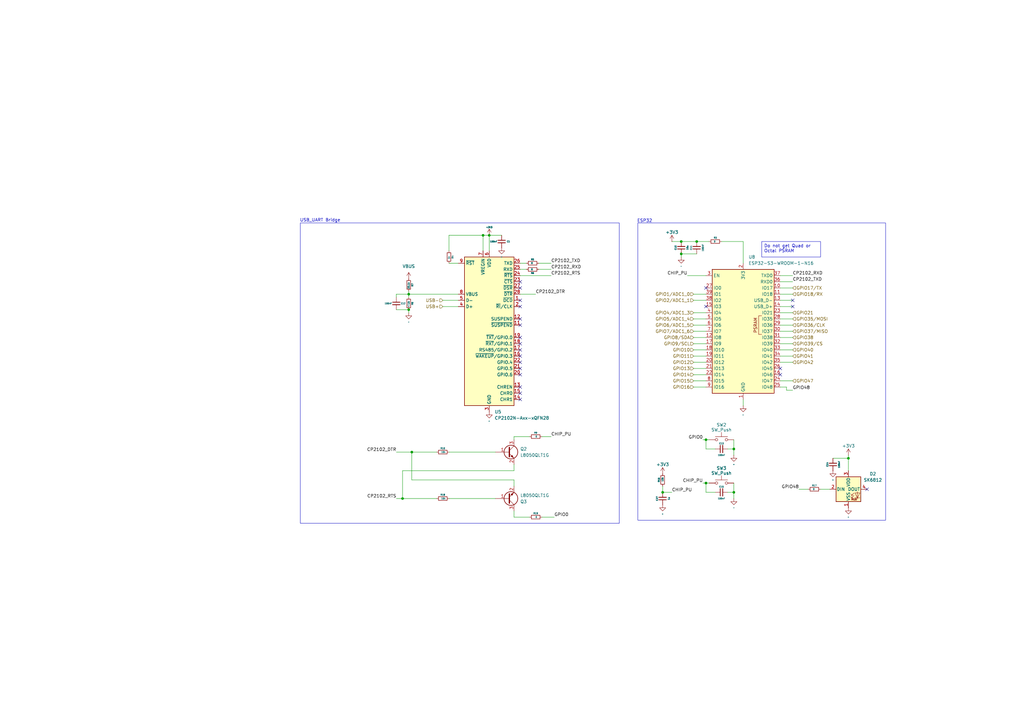
<source format=kicad_sch>
(kicad_sch (version 20231120) (generator "eeschema") (generator_version "8.0")
  (paper "A3")
  (lib_symbols
    (symbol "Device:C_Small" (pin_numbers hide) (pin_names (offset 0.254) hide)
      (property "Reference" "C" (at 0.254 1.778 0))
      (property "Value" "C_Small" (at 0.254 -2.032 0))
      (symbol "C_Small_0_1"
        (polyline (pts (xy -1.524 -0.508) (xy 1.524 -0.508)) (stroke (width 0.3302)))
        (polyline (pts (xy -1.524 0.508) (xy 1.524 0.508)) (stroke (width 0.3048)))
      )
      (symbol "C_Small_1_1"
        (pin passive line (at 0 2.54 270) (length 2.032) (name "~") (number "1"))
        (pin passive line (at 0 -2.54 90) (length 2.032) (name "~") (number "2"))
      )
    )
    (symbol "Device:Q_NPN_BEC" (pin_names (offset 0) hide)
      (property "Reference" "Q" (at 5.08 1.27 0))
      (property "Value" "Q_NPN_BEC" (at 5.08 -1.27 0))
      (symbol "Q_NPN_BEC_0_1"
        (polyline (pts (xy 0.635 0.635) (xy 2.54 2.54)))
        (polyline (pts (xy 0.635 -0.635) (xy 2.54 -2.54) (xy 2.54 -2.54)))
        (polyline (pts (xy 0.635 1.905) (xy 0.635 -1.905) (xy 0.635 -1.905)) (stroke (width 0.508)))
        (polyline (pts (xy 1.27 -1.778) (xy 1.778 -1.27) (xy 2.286 -2.286) (xy 1.27 -1.778) (xy 1.27 -1.778)) (fill (type outline)))
        (circle (center 1.27 0) (radius 2.8194) (stroke (width 0.254)))
      )
      (symbol "Q_NPN_BEC_1_1"
        (pin input line (at -5.08 0 0) (length 5.715) (name "B") (number "1"))
        (pin passive line (at 2.54 -5.08 90) (length 2.54) (name "E") (number "2"))
        (pin passive line (at 2.54 5.08 270) (length 2.54) (name "C") (number "3"))
      )
    )
    (symbol "Device:R_Small" (pin_numbers hide) (pin_names (offset 0.254) hide)
      (property "Reference" "R" (at 0.762 0.508 0))
      (property "Value" "R_Small" (at 0.762 -1.016 0))
      (symbol "R_Small_0_1"
        (rectangle (start -0.762 1.778) (end 0.762 -1.778) (stroke (width 0.2032)))
      )
      (symbol "R_Small_1_1"
        (pin passive line (at 0 2.54 270) (length 0.762) (name "~") (number "1"))
        (pin passive line (at 0 -2.54 90) (length 0.762) (name "~") (number "2"))
      )
    )
    (symbol "Interface_USB:CP2102N-Axx-xQFN28"
      (property "Reference" "U" (at -8.89 31.75 0))
      (property "Value" "CP2102N-Axx-xQFN28" (at 12.7 31.75 0))
      (symbol "CP2102N-Axx-xQFN28_0_1"
        (rectangle (start -10.16 30.48) (end 10.16 -30.48) (stroke (width 0.254)) (fill (type background)))
      )
      (symbol "CP2102N-Axx-xQFN28_1_1"
        (pin input line (at 12.7 12.7 180) (length 2.54) (name "~{DCD}") (number "1"))
        (pin no_connect line (at -10.16 -27.94 0) (length 2.54) hide (name "NC") (number "10"))
        (pin output line (at 12.7 2.54 180) (length 2.54) (name "~{SUSPEND}") (number "11"))
        (pin output line (at 12.7 5.08 180) (length 2.54) (name "SUSPEND") (number "12"))
        (pin output line (at 12.7 -22.86 180) (length 2.54) (name "CHREN") (number "13"))
        (pin output line (at 12.7 -27.94 180) (length 2.54) (name "CHR1") (number "14"))
        (pin output line (at 12.7 -25.4 180) (length 2.54) (name "CHR0") (number "15"))
        (pin bidirectional line (at 12.7 -10.16 180) (length 2.54) (name "~{WAKEUP}/GPIO.3") (number "16"))
        (pin bidirectional line (at 12.7 -7.62 180) (length 2.54) (name "RS485/GPIO.2") (number "17"))
        (pin bidirectional line (at 12.7 -5.08 180) (length 2.54) (name "~{RXT}/GPIO.1") (number "18"))
        (pin bidirectional line (at 12.7 -2.54 180) (length 2.54) (name "~{TXT}/GPIO.0") (number "19"))
        (pin bidirectional line (at 12.7 10.16 180) (length 2.54) (name "~{RI}/CLK") (number "2"))
        (pin bidirectional line (at 12.7 -17.78 180) (length 2.54) (name "GPIO.6") (number "20"))
        (pin bidirectional line (at 12.7 -15.24 180) (length 2.54) (name "GPIO.5") (number "21"))
        (pin bidirectional line (at 12.7 -12.7 180) (length 2.54) (name "GPIO.4") (number "22"))
        (pin input line (at 12.7 20.32 180) (length 2.54) (name "~{CTS}") (number "23"))
        (pin output line (at 12.7 22.86 180) (length 2.54) (name "~{RTS}") (number "24"))
        (pin input line (at 12.7 25.4 180) (length 2.54) (name "RXD") (number "25"))
        (pin output line (at 12.7 27.94 180) (length 2.54) (name "TXD") (number "26"))
        (pin input line (at 12.7 17.78 180) (length 2.54) (name "~{DSR}") (number "27"))
        (pin output line (at 12.7 15.24 180) (length 2.54) (name "~{DTR}") (number "28"))
        (pin passive line (at 0 -33.02 90) (length 2.54) hide (name "GND") (number "29"))
        (pin power_in line (at 0 -33.02 90) (length 2.54) (name "GND") (number "3"))
        (pin bidirectional line (at -12.7 10.16 0) (length 2.54) (name "D+") (number "4"))
        (pin bidirectional line (at -12.7 12.7 0) (length 2.54) (name "D-") (number "5"))
        (pin power_in line (at 0 33.02 270) (length 2.54) (name "VDD") (number "6"))
        (pin power_in line (at -2.54 33.02 270) (length 2.54) (name "VREGIN") (number "7"))
        (pin input line (at -12.7 15.24 0) (length 2.54) (name "VBUS") (number "8"))
        (pin input line (at -12.7 27.94 0) (length 2.54) (name "~{RST}") (number "9"))
      )
    )
    (symbol "LED:SK6812" (pin_names (offset 0.254))
      (property "Reference" "D" (at 5.08 5.715 0))
      (property "Value" "SK6812" (at 1.27 -5.715 0))
      (symbol "SK6812_0_0"
        (text "RGB" (at 2.286 -4.191 0) (effects (font (size 0.762 0.762))))
      )
      (symbol "SK6812_0_1"
        (polyline (pts (xy 1.27 -3.556) (xy 1.778 -3.556)))
        (polyline (pts (xy 1.27 -2.54) (xy 1.778 -2.54)))
        (polyline (pts (xy 4.699 -3.556) (xy 2.667 -3.556)))
        (polyline (pts (xy 2.286 -2.54) (xy 1.27 -3.556) (xy 1.27 -3.048)))
        (polyline (pts (xy 2.286 -1.524) (xy 1.27 -2.54) (xy 1.27 -2.032)))
        (polyline (pts (xy 3.683 -1.016) (xy 3.683 -3.556) (xy 3.683 -4.064)))
        (polyline (pts (xy 4.699 -1.524) (xy 2.667 -1.524) (xy 3.683 -3.556) (xy 4.699 -1.524)))
        (rectangle (start 5.08 5.08) (end -5.08 -5.08) (stroke (width 0.254)) (fill (type background)))
      )
      (symbol "SK6812_1_1"
        (pin power_in line (at 0 -7.62 90) (length 2.54) (name "VSS") (number "1"))
        (pin input line (at -7.62 0 0) (length 2.54) (name "DIN") (number "2"))
        (pin power_in line (at 0 7.62 270) (length 2.54) (name "VDD") (number "3"))
        (pin output line (at 7.62 0 180) (length 2.54) (name "DOUT") (number "4"))
      )
    )
    (symbol "RF_Module:ESP32-S3-WROOM-1"
      (property "Reference" "U" (at -12.7 26.67 0))
      (property "Value" "ESP32-S3-WROOM-1" (at 12.7 26.67 0))
      (symbol "ESP32-S3-WROOM-1_0_0"
        (rectangle (start -12.7 25.4) (end 12.7 -25.4) (stroke (width 0.254)) (fill (type background)))
        (text "PSRAM" (at 5.08 2.54 900) (effects (font (size 1.27 1.27))))
      )
      (symbol "ESP32-S3-WROOM-1_0_1"
        (polyline (pts (xy 7.62 -1.27) (xy 6.35 -1.27) (xy 6.35 6.35) (xy 7.62 6.35)))
      )
      (symbol "ESP32-S3-WROOM-1_1_1"
        (pin power_in line (at 0 -27.94 90) (length 2.54) (name "GND") (number "1"))
        (pin bidirectional line (at 15.24 17.78 180) (length 2.54) (name "IO17") (number "10"))
        (pin bidirectional line (at 15.24 15.24 180) (length 2.54) (name "IO18") (number "11"))
        (pin bidirectional line (at -15.24 -2.54 0) (length 2.54) (name "IO8") (number "12"))
        (pin bidirectional line (at 15.24 12.7 180) (length 2.54) (name "USB_D-") (number "13"))
        (pin bidirectional line (at 15.24 10.16 180) (length 2.54) (name "USB_D+") (number "14"))
        (pin bidirectional line (at -15.24 10.16 0) (length 2.54) (name "IO3") (number "15"))
        (pin bidirectional line (at 15.24 -17.78 180) (length 2.54) (name "IO46") (number "16"))
        (pin bidirectional line (at -15.24 -5.08 0) (length 2.54) (name "IO9") (number "17"))
        (pin bidirectional line (at -15.24 -7.62 0) (length 2.54) (name "IO10") (number "18"))
        (pin bidirectional line (at -15.24 -10.16 0) (length 2.54) (name "IO11") (number "19"))
        (pin power_in line (at 0 27.94 270) (length 2.54) (name "3V3") (number "2"))
        (pin bidirectional line (at -15.24 -12.7 0) (length 2.54) (name "IO12") (number "20"))
        (pin bidirectional line (at -15.24 -15.24 0) (length 2.54) (name "IO13") (number "21"))
        (pin bidirectional line (at -15.24 -17.78 0) (length 2.54) (name "IO14") (number "22"))
        (pin bidirectional line (at 15.24 7.62 180) (length 2.54) (name "IO21") (number "23"))
        (pin bidirectional line (at 15.24 -20.32 180) (length 2.54) (name "IO47") (number "24"))
        (pin bidirectional line (at 15.24 -22.86 180) (length 2.54) (name "IO48") (number "25"))
        (pin bidirectional line (at 15.24 -15.24 180) (length 2.54) (name "IO45") (number "26"))
        (pin bidirectional line (at -15.24 17.78 0) (length 2.54) (name "IO0") (number "27"))
        (pin bidirectional line (at 15.24 5.08 180) (length 2.54) (name "IO35") (number "28"))
        (pin bidirectional line (at 15.24 2.54 180) (length 2.54) (name "IO36") (number "29"))
        (pin input line (at -15.24 22.86 0) (length 2.54) (name "EN") (number "3"))
        (pin bidirectional line (at 15.24 0 180) (length 2.54) (name "IO37") (number "30"))
        (pin bidirectional line (at 15.24 -2.54 180) (length 2.54) (name "IO38") (number "31"))
        (pin bidirectional line (at 15.24 -5.08 180) (length 2.54) (name "IO39") (number "32"))
        (pin bidirectional line (at 15.24 -7.62 180) (length 2.54) (name "IO40") (number "33"))
        (pin bidirectional line (at 15.24 -10.16 180) (length 2.54) (name "IO41") (number "34"))
        (pin bidirectional line (at 15.24 -12.7 180) (length 2.54) (name "IO42") (number "35"))
        (pin bidirectional line (at 15.24 20.32 180) (length 2.54) (name "RXD0") (number "36"))
        (pin bidirectional line (at 15.24 22.86 180) (length 2.54) (name "TXD0") (number "37"))
        (pin bidirectional line (at -15.24 12.7 0) (length 2.54) (name "IO2") (number "38"))
        (pin bidirectional line (at -15.24 15.24 0) (length 2.54) (name "IO1") (number "39"))
        (pin bidirectional line (at -15.24 7.62 0) (length 2.54) (name "IO4") (number "4"))
        (pin passive line (at 0 -27.94 90) (length 2.54) hide (name "GND") (number "40"))
        (pin passive line (at 0 -27.94 90) (length 2.54) hide (name "GND") (number "41"))
        (pin bidirectional line (at -15.24 5.08 0) (length 2.54) (name "IO5") (number "5"))
        (pin bidirectional line (at -15.24 2.54 0) (length 2.54) (name "IO6") (number "6"))
        (pin bidirectional line (at -15.24 0 0) (length 2.54) (name "IO7") (number "7"))
        (pin bidirectional line (at -15.24 -20.32 0) (length 2.54) (name "IO15") (number "8"))
        (pin bidirectional line (at -15.24 -22.86 0) (length 2.54) (name "IO16") (number "9"))
      )
    )
    (symbol "Switch:SW_Push" (pin_numbers hide) (pin_names (offset 1.016) hide)
      (property "Reference" "SW" (at 1.27 2.54 0))
      (property "Value" "SW_Push" (at 0 -1.524 0))
      (symbol "SW_Push_0_1"
        (circle (center -2.032 0) (radius 0.508))
        (polyline (pts (xy 0 1.27) (xy 0 3.048)))
        (polyline (pts (xy 2.54 1.27) (xy -2.54 1.27)))
        (circle (center 2.032 0) (radius 0.508))
        (pin passive line (at -5.08 0 0) (length 2.54) (name "1") (number "1"))
        (pin passive line (at 5.08 0 180) (length 2.54) (name "2") (number "2"))
      )
    )
    (symbol "power:+3V3" (power) (pin_numbers hide) (pin_names (offset 0) hide)
      (property "Value" "+3V3" (at 0 3.556 0))
      (symbol "+3V3_0_1"
        (polyline (pts (xy -0.762 1.27) (xy 0 2.54)))
        (polyline (pts (xy 0 0) (xy 0 2.54)))
        (polyline (pts (xy 0 2.54) (xy 0.762 1.27)))
      )
      (symbol "+3V3_1_1"
        (pin power_in line (at 0 0 90) (length 0) (name "~") (number "1"))
      )
    )
    (symbol "power:GND" (power) (pin_numbers hide) (pin_names (offset 0) hide)
      (property "Value" "GND" (at 0 -3.81 0))
      (symbol "GND_0_1"
        (polyline (pts (xy 0 0) (xy 0 -1.27) (xy 1.27 -1.27) (xy 0 -2.54) (xy -1.27 -1.27) (xy 0 -1.27)))
      )
      (symbol "GND_1_1"
        (pin power_in line (at 0 0 270) (length 0) (name "~") (number "1"))
      )
    )
    (symbol "power:VBUS" (power) (pin_numbers hide) (pin_names (offset 0) hide)
      (property "Value" "VBUS" (at 0 3.556 0))
      (symbol "VBUS_0_1"
        (polyline (pts (xy -0.762 1.27) (xy 0 2.54)))
        (polyline (pts (xy 0 0) (xy 0 2.54)))
        (polyline (pts (xy 0 2.54) (xy 0.762 1.27)))
      )
      (symbol "VBUS_1_1"
        (pin power_in line (at 0 0 90) (length 0) (name "~") (number "1"))
      )
    )
  )
  (junction (at 289.56 180.34))
  (junction (at 167.64 120.65))
  (junction (at 285.75 99.06))
  (junction (at 198.12 96.52))
  (junction (at 165.1 204.47))
  (junction (at 271.78 201.93))
  (junction (at 200.66 96.52))
  (junction (at 300.99 184.15))
  (junction (at 289.56 198.12))
  (junction (at 167.64 127))
  (junction (at 279.4 99.06))
  (junction (at 300.99 201.93))
  (junction (at 168.91 185.42))
  (junction (at 279.4 104.14))
  (junction (at 347.98 187.96))
  (no_connect (at 213.36 148.59))
  (no_connect (at 289.56 118.11))
  (no_connect (at 213.36 143.51))
  (no_connect (at 355.6 200.66))
  (no_connect (at 213.36 146.05))
  (no_connect (at 213.36 163.83))
  (no_connect (at 213.36 130.81))
  (no_connect (at 213.36 123.19))
  (no_connect (at 320.04 153.67))
  (no_connect (at 213.36 151.13))
  (no_connect (at 213.36 133.35))
  (no_connect (at 320.04 151.13))
  (no_connect (at 213.36 153.67))
  (no_connect (at 325.12 123.19))
  (no_connect (at 325.12 125.73))
  (no_connect (at 213.36 125.73))
  (no_connect (at 213.36 140.97))
  (no_connect (at 289.56 125.73))
  (no_connect (at 213.36 158.75))
  (no_connect (at 213.36 118.11))
  (no_connect (at 213.36 161.29))
  (no_connect (at 213.36 115.57))
  (no_connect (at 213.36 138.43))
  (wire (pts (xy 284.48 140.97) (xy 289.56 140.97)))
  (wire (pts (xy 281.94 113.03) (xy 289.56 113.03)))
  (wire (pts (xy 320.04 133.35) (xy 325.12 133.35)))
  (wire (pts (xy 213.36 113.03) (xy 226.06 113.03)))
  (wire (pts (xy 284.48 143.51) (xy 289.56 143.51)))
  (wire (pts (xy 184.15 107.95) (xy 187.96 107.95)))
  (wire (pts (xy 320.04 146.05) (xy 325.12 146.05)))
  (wire (pts (xy 320.04 115.57) (xy 325.12 115.57)))
  (wire (pts (xy 300.99 201.93) (xy 300.99 204.47)))
  (wire (pts (xy 289.56 180.34) (xy 290.83 180.34)))
  (wire (pts (xy 295.91 99.06) (xy 304.8 99.06)))
  (wire (pts (xy 320.04 120.65) (xy 325.12 120.65)))
  (wire (pts (xy 284.48 123.19) (xy 289.56 123.19)))
  (wire (pts (xy 165.1 204.47) (xy 179.07 204.47)))
  (wire (pts (xy 167.64 128.27) (xy 167.64 127)))
  (wire (pts (xy 284.48 135.89) (xy 289.56 135.89)))
  (wire (pts (xy 284.48 128.27) (xy 289.56 128.27)))
  (wire (pts (xy 279.4 99.06) (xy 285.75 99.06)))
  (wire (pts (xy 289.56 201.93) (xy 289.56 198.12)))
  (wire (pts (xy 320.04 140.97) (xy 325.12 140.97)))
  (wire (pts (xy 288.29 198.12) (xy 289.56 198.12)))
  (wire (pts (xy 288.29 180.34) (xy 289.56 180.34)))
  (wire (pts (xy 284.48 158.75) (xy 289.56 158.75)))
  (wire (pts (xy 200.66 96.52) (xy 205.74 96.52)))
  (wire (pts (xy 222.25 212.09) (xy 227.33 212.09)))
  (wire (pts (xy 198.12 96.52) (xy 200.66 96.52)))
  (wire (pts (xy 168.91 185.42) (xy 179.07 185.42)))
  (wire (pts (xy 300.99 184.15) (xy 300.99 186.69)))
  (wire (pts (xy 279.4 104.14) (xy 285.75 104.14)))
  (wire (pts (xy 167.64 120.65) (xy 187.96 120.65)))
  (wire (pts (xy 184.15 96.52) (xy 198.12 96.52)))
  (wire (pts (xy 284.48 133.35) (xy 289.56 133.35)))
  (wire (pts (xy 210.82 212.09) (xy 210.82 209.55)))
  (wire (pts (xy 165.1 193.04) (xy 165.1 204.47)))
  (wire (pts (xy 162.56 120.65) (xy 167.64 120.65)))
  (wire (pts (xy 320.04 128.27) (xy 325.12 128.27)))
  (wire (pts (xy 320.04 156.21) (xy 325.12 156.21)))
  (wire (pts (xy 289.56 184.15) (xy 289.56 180.34)))
  (wire (pts (xy 347.98 187.96) (xy 347.98 193.04)))
  (wire (pts (xy 322.58 160.02) (xy 322.58 158.75)))
  (wire (pts (xy 336.55 200.66) (xy 340.36 200.66)))
  (wire (pts (xy 162.56 185.42) (xy 168.91 185.42)))
  (wire (pts (xy 327.66 200.66) (xy 331.47 200.66)))
  (wire (pts (xy 184.15 185.42) (xy 203.2 185.42)))
  (wire (pts (xy 200.66 96.52) (xy 200.66 102.87)))
  (wire (pts (xy 320.04 123.19) (xy 325.12 123.19)))
  (wire (pts (xy 275.59 99.06) (xy 279.4 99.06)))
  (wire (pts (xy 210.82 180.34) (xy 210.82 179.07)))
  (wire (pts (xy 168.91 196.85) (xy 168.91 185.42)))
  (wire (pts (xy 167.64 119.38) (xy 167.64 120.65)))
  (wire (pts (xy 181.61 125.73) (xy 187.96 125.73)))
  (wire (pts (xy 213.36 107.95) (xy 215.9 107.95)))
  (wire (pts (xy 162.56 204.47) (xy 165.1 204.47)))
  (wire (pts (xy 210.82 199.39) (xy 210.82 196.85)))
  (wire (pts (xy 210.82 179.07) (xy 217.17 179.07)))
  (wire (pts (xy 210.82 190.5) (xy 210.82 193.04)))
  (wire (pts (xy 181.61 123.19) (xy 187.96 123.19)))
  (wire (pts (xy 220.98 107.95) (xy 226.06 107.95)))
  (wire (pts (xy 320.04 118.11) (xy 325.12 118.11)))
  (wire (pts (xy 222.25 179.07) (xy 226.06 179.07)))
  (wire (pts (xy 289.56 198.12) (xy 290.83 198.12)))
  (wire (pts (xy 210.82 193.04) (xy 165.1 193.04)))
  (wire (pts (xy 322.58 160.02) (xy 325.12 160.02)))
  (wire (pts (xy 320.04 125.73) (xy 325.12 125.73)))
  (wire (pts (xy 213.36 110.49) (xy 215.9 110.49)))
  (wire (pts (xy 198.12 96.52) (xy 198.12 102.87)))
  (wire (pts (xy 320.04 113.03) (xy 325.12 113.03)))
  (wire (pts (xy 298.45 184.15) (xy 300.99 184.15)))
  (wire (pts (xy 167.64 121.92) (xy 167.64 120.65)))
  (wire (pts (xy 284.48 146.05) (xy 289.56 146.05)))
  (wire (pts (xy 320.04 130.81) (xy 325.12 130.81)))
  (wire (pts (xy 284.48 148.59) (xy 289.56 148.59)))
  (wire (pts (xy 293.37 184.15) (xy 289.56 184.15)))
  (wire (pts (xy 341.63 187.96) (xy 347.98 187.96)))
  (wire (pts (xy 285.75 99.06) (xy 290.83 99.06)))
  (wire (pts (xy 298.45 201.93) (xy 300.99 201.93)))
  (wire (pts (xy 271.78 201.93) (xy 271.78 199.39)))
  (wire (pts (xy 162.56 121.92) (xy 162.56 120.65)))
  (wire (pts (xy 220.98 110.49) (xy 226.06 110.49)))
  (wire (pts (xy 284.48 120.65) (xy 289.56 120.65)))
  (wire (pts (xy 284.48 138.43) (xy 289.56 138.43)))
  (wire (pts (xy 304.8 99.06) (xy 304.8 107.95)))
  (wire (pts (xy 320.04 135.89) (xy 325.12 135.89)))
  (wire (pts (xy 293.37 201.93) (xy 289.56 201.93)))
  (wire (pts (xy 322.58 158.75) (xy 320.04 158.75)))
  (wire (pts (xy 320.04 138.43) (xy 325.12 138.43)))
  (wire (pts (xy 184.15 204.47) (xy 203.2 204.47)))
  (wire (pts (xy 217.17 212.09) (xy 210.82 212.09)))
  (wire (pts (xy 320.04 148.59) (xy 325.12 148.59)))
  (wire (pts (xy 284.48 130.81) (xy 289.56 130.81)))
  (wire (pts (xy 304.8 166.37) (xy 304.8 163.83)))
  (wire (pts (xy 213.36 120.65) (xy 219.71 120.65)))
  (wire (pts (xy 279.4 105.41) (xy 279.4 104.14)))
  (wire (pts (xy 300.99 198.12) (xy 300.99 201.93)))
  (wire (pts (xy 320.04 143.51) (xy 325.12 143.51)))
  (wire (pts (xy 284.48 153.67) (xy 289.56 153.67)))
  (wire (pts (xy 300.99 180.34) (xy 300.99 184.15)))
  (wire (pts (xy 210.82 196.85) (xy 168.91 196.85)))
  (wire (pts (xy 162.56 127) (xy 167.64 127)))
  (wire (pts (xy 275.59 201.93) (xy 271.78 201.93)))
  (wire (pts (xy 347.98 186.69) (xy 347.98 187.96)))
  (wire (pts (xy 284.48 151.13) (xy 289.56 151.13)))
  (wire (pts (xy 284.48 156.21) (xy 289.56 156.21)))
  (wire (pts (xy 184.15 96.52) (xy 184.15 102.87)))
  (rectangle (start 123.19 91.44) (end 254 214.63))
  (rectangle (start 261.62 91.44) (end 363.22 213.36))
  (text_box "Do not get Quad or Octal PSRAM" (at 312.42 99.06 0) (size 24.13 6.35) (effects (font (size 1.27 1.27)) (justify left top)))
  (text "USB_UART Bridge" (at 131.318 90.424 0) (effects (font (size 1.27 1.27))))
  (text "ESP32" (at 264.414 90.678 0) (effects (font (size 1.27 1.27))))
  (label "GPIO48" (at 327.66 200.66 180))
  (label "GPIO0" (at 227.33 212.09 0))
  (label "CP2102_TXD" (at 325.12 115.57 0))
  (label "GPIO48" (at 325.12 160.02 0))
  (label "CHIP_PU" (at 275.59 201.93 0))
  (label "CP2102_DTR" (at 162.56 185.42 180))
  (label "CP2102_RXD" (at 325.12 113.03 0))
  (label "CHIP_PU" (at 226.06 179.07 0))
  (label "CP2102_DTR" (at 219.71 120.65 0))
  (label "CP2102_TXD" (at 226.06 107.95 0))
  (label "GPIO0" (at 288.29 180.34 180))
  (label "CHIP_PU" (at 288.29 198.12 180))
  (label "CP2102_RXD" (at 226.06 110.49 0))
  (label "CHIP_PU" (at 281.94 113.03 180))
  (label "CP2102_RTS" (at 162.56 204.47 180))
  (label "CP2102_RTS" (at 226.06 113.03 0))
  (hierarchical_label "GPIO35{slash}MOSI" (shape input) (at 325.12 130.81 0))
  (hierarchical_label "GPIO7{slash}ADC1_6" (shape input) (at 284.48 135.89 180))
  (hierarchical_label "GPIO21" (shape input) (at 325.12 128.27 0))
  (hierarchical_label "USB-" (shape input) (at 181.61 123.19 180))
  (hierarchical_label "GPIO41" (shape input) (at 325.12 146.05 0))
  (hierarchical_label "GPIO4{slash}ADC1_3" (shape input) (at 284.48 128.27 180))
  (hierarchical_label "GPIO6{slash}ADC1_5" (shape input) (at 284.48 133.35 180))
  (hierarchical_label "USB+" (shape input) (at 181.61 125.73 180))
  (hierarchical_label "GPIO17{slash}TX" (shape input) (at 325.12 118.11 0))
  (hierarchical_label "GPIO40" (shape input) (at 325.12 143.51 0))
  (hierarchical_label "GPIO39{slash}CS" (shape input) (at 325.12 140.97 0))
  (hierarchical_label "GPIO2{slash}ADC1_1" (shape input) (at 284.48 123.19 180))
  (hierarchical_label "GPIO18{slash}RX" (shape input) (at 325.12 120.65 0))
  (hierarchical_label "GPIO42" (shape input) (at 325.12 148.59 0))
  (hierarchical_label "GPIO36{slash}CLK" (shape input) (at 325.12 133.35 0))
  (hierarchical_label "GPIO8{slash}SDA" (shape input) (at 284.48 138.43 180))
  (hierarchical_label "GPIO5{slash}ADC1_4" (shape input) (at 284.48 130.81 180))
  (hierarchical_label "GPIO16" (shape input) (at 284.48 158.75 180))
  (hierarchical_label "GPIO14" (shape input) (at 284.48 153.67 180))
  (hierarchical_label "GPIO12" (shape input) (at 284.48 148.59 180))
  (hierarchical_label "GPIO1{slash}ADC1_0" (shape input) (at 284.48 120.65 180))
  (hierarchical_label "GPIO47" (shape input) (at 325.12 156.21 0))
  (hierarchical_label "GPIO10" (shape input) (at 284.48 143.51 180))
  (hierarchical_label "GPIO9{slash}SCL" (shape input) (at 284.48 140.97 180))
  (hierarchical_label "GPIO38" (shape input) (at 325.12 138.43 0))
  (hierarchical_label "GPIO15" (shape input) (at 284.48 156.21 180))
  (hierarchical_label "GPIO11" (shape input) (at 284.48 146.05 180))
  (hierarchical_label "GPIO13" (shape input) (at 284.48 151.13 180))
  (hierarchical_label "GPIO37{slash}MISO" (shape input) (at 325.12 135.89 0))
  (symbol (lib_id "power:+3V3") (at 275.59 99.06 0) (unit 1)
    (property "Reference" "#PWR02" (effects (hide yes)))
    (property "Value" "+3V3" (at 275.59 95.25 0))
    (property "Description" "Power symbol creates a global label with name \"+3V3\"" (effects (hide yes)))
  )
  (symbol (lib_id "LED:SK6812") (at 347.98 200.66 0) (unit 1)
    (property "Reference" "D2" (at 358.0046 194.3414 0))
    (property "Value" "SK6812" (at 358.0046 196.8814 0))
    (property "Footprint" "LED_SMD:LED_SK6812_PLCC4_5.0x5.0mm_P3.2mm" (effects (hide yes)))
    (property "Datasheet" "https://cdn-shop.adafruit.com/product-files/1138/SK6812+LED+datasheet+.pdf" (effects (hide yes)))
    (property "Description" "RGB LED with integrated controller" (effects (hide yes)))
  )
  (symbol (lib_id "Device:C_Small") (at 285.75 101.6 180) (unit 1)
    (property "Reference" "C11" (at 283.464 101.6 90) (effects (font (size 0.635 0.635))))
    (property "Value" "100nF" (at 288.29 101.6 90) (effects (font (size 0.635 0.635))))
    (property "Footprint" "Capacitor_SMD:C_0402_1005Metric_Pad0.74x0.62mm_HandSolder" (effects (hide yes)))
    (property "Description" "Unpolarized capacitor, small symbol" (effects (hide yes)))
  )
  (symbol (lib_id "power:+3V3") (at 200.66 96.52 0) (unit 1)
    (property "Reference" "#PWR01" (effects (hide yes)))
    (property "Value" "+3V3" (at 200.66 93.218 0) (effects (font (size 0.635 0.635))))
    (property "Description" "Power symbol creates a global label with name \"+3V3\"" (effects (hide yes)))
  )
  (symbol (lib_id "Device:R_Small") (at 218.44 110.49 90) (unit 1)
    (property "Reference" "R6" (at 218.44 112.014 90) (effects (font (size 0.635 0.635))))
    (property "Value" "0" (at 218.186 110.49 90) (effects (font (size 0.635 0.635))))
    (property "Description" "Resistor, small symbol" (effects (hide yes)))
  )
  (symbol (lib_id "power:+3V3") (at 347.98 186.69 0) (unit 1)
    (property "Reference" "#PWR024" (effects (hide yes)))
    (property "Value" "+3V3" (at 347.98 182.88 0))
    (property "Description" "Power symbol creates a global label with name \"+3V3\"" (effects (hide yes)))
  )
  (symbol (lib_id "power:+3V3") (at 271.78 194.31 0) (unit 1)
    (property "Reference" "#PWR026" (effects (hide yes)))
    (property "Value" "+3V3" (at 271.78 190.5 0))
    (property "Description" "Power symbol creates a global label with name \"+3V3\"" (effects (hide yes)))
  )
  (symbol (lib_id "power:GND") (at 167.64 128.27 0) (unit 1)
    (property "Reference" "#PWR020" (effects (hide yes)))
    (property "Value" "~" (at 167.64 132.08 0) (effects (font (size 0.635 0.635))))
    (property "Description" "Power symbol creates a global label with name \"GND\" , ground" (effects (hide yes)))
  )
  (symbol (lib_id "Device:R_Small") (at 167.64 124.46 180) (unit 1)
    (property "Reference" "R8" (at 169.164 124.46 90) (effects (font (size 0.635 0.635))))
    (property "Value" "47.5k" (at 167.64 124.714 90) (effects (font (size 0.635 0.635))))
    (property "Description" "Resistor, small symbol" (effects (hide yes)))
  )
  (symbol (lib_id "Device:R_Small") (at 181.61 185.42 270) (unit 1)
    (property "Reference" "R10" (at 181.61 183.896 90) (effects (font (size 0.635 0.635))))
    (property "Value" "10k" (at 181.864 185.42 90) (effects (font (size 0.635 0.635))))
    (property "Description" "Resistor, small symbol" (effects (hide yes)))
  )
  (symbol (lib_id "Device:R_Small") (at 218.44 107.95 90) (mirror x) (unit 1)
    (property "Reference" "R5" (at 218.44 106.426 90) (effects (font (size 0.635 0.635))))
    (property "Value" "0" (at 218.186 107.95 90) (effects (font (size 0.635 0.635))))
    (property "Description" "Resistor, small symbol" (effects (hide yes)))
  )
  (symbol (lib_id "Device:C_Small") (at 279.4 101.6 180) (unit 1)
    (property "Reference" "C10" (at 277.114 101.6 90) (effects (font (size 0.635 0.635))))
    (property "Value" "10u" (at 281.94 101.6 90) (effects (font (size 0.635 0.635))))
    (property "Footprint" "Capacitor_SMD:C_0402_1005Metric_Pad0.74x0.62mm_HandSolder" (effects (hide yes)))
    (property "Description" "Unpolarized capacitor, small symbol" (effects (hide yes)))
  )
  (symbol (lib_id "power:GND") (at 347.98 208.28 0) (unit 1)
    (property "Reference" "#PWR029" (effects (hide yes)))
    (property "Value" "~" (at 347.98 212.09 0) (effects (font (size 0.635 0.635))))
    (property "Description" "Power symbol creates a global label with name \"GND\" , ground" (effects (hide yes)))
  )
  (symbol (lib_id "power:GND") (at 341.63 193.04 0) (unit 1)
    (property "Reference" "#PWR025" (effects (hide yes)))
    (property "Value" "~" (at 341.63 196.85 0) (effects (font (size 0.635 0.635))))
    (property "Description" "Power symbol creates a global label with name \"GND\" , ground" (effects (hide yes)))
  )
  (symbol (lib_id "Device:R_Small") (at 271.78 196.85 0) (unit 1)
    (property "Reference" "R16" (at 270.256 196.85 90) (effects (font (size 0.635 0.635))))
    (property "Value" "10k" (at 271.78 196.596 90) (effects (font (size 0.635 0.635))))
    (property "Description" "Resistor, small symbol" (effects (hide yes)))
  )
  (symbol (lib_id "power:GND") (at 300.99 204.47 0) (unit 1)
    (property "Reference" "#PWR027" (effects (hide yes)))
    (property "Value" "~" (at 300.99 208.28 0) (effects (font (size 0.635 0.635))))
    (property "Description" "Power symbol creates a global label with name \"GND\" , ground" (effects (hide yes)))
  )
  (symbol (lib_id "Device:C_Small") (at 271.78 204.47 180) (unit 1)
    (property "Reference" "C27" (at 269.494 204.47 90) (effects (font (size 0.635 0.635))))
    (property "Value" "1u" (at 274.32 204.47 90) (effects (font (size 0.635 0.635))))
    (property "Footprint" "Capacitor_SMD:C_0402_1005Metric_Pad0.74x0.62mm_HandSolder" (effects (hide yes)))
    (property "Description" "Unpolarized capacitor, small symbol" (effects (hide yes)))
  )
  (symbol (lib_id "Device:Q_NPN_BEC") (at 208.28 185.42 0) (unit 1)
    (property "Reference" "Q2" (at 213.36 184.1499 0) (effects (justify left)))
    (property "Value" "L8050QLT1G" (at 213.36 186.6899 0) (effects (justify left)))
    (property "Footprint" "Package_TO_SOT_SMD:SOT-23_Handsoldering" (effects (hide yes)))
    (property "Datasheet" "https://www.lcsc.com/datasheet/lcsc_datasheet_1809051326_LRC-L8050QLT1G_C49581.pdf" (effects (hide yes)))
    (property "Description" "NPN transistor, base/emitter/collector" (effects (hide yes)))
  )
  (symbol (lib_id "Device:R_Small") (at 219.71 179.07 270) (unit 1)
    (property "Reference" "R9" (at 219.71 177.546 90) (effects (font (size 0.635 0.635))))
    (property "Value" "0" (at 219.964 179.07 90) (effects (font (size 0.635 0.635))))
    (property "Description" "Resistor, small symbol" (effects (hide yes)))
  )
  (symbol (lib_id "power:GND") (at 200.66 168.91 0) (unit 1)
    (property "Reference" "#PWR022" (effects (hide yes)))
    (property "Value" "~" (at 200.66 172.72 0) (effects (font (size 0.635 0.635))))
    (property "Description" "Power symbol creates a global label with name \"GND\" , ground" (effects (hide yes)))
  )
  (symbol (lib_id "Device:C_Small") (at 295.91 201.93 90) (unit 1)
    (property "Reference" "C15" (at 295.91 199.644 90) (effects (font (size 0.635 0.635))))
    (property "Value" "100nF" (at 295.91 204.47 90) (effects (font (size 0.635 0.635))))
    (property "Footprint" "Capacitor_SMD:C_0402_1005Metric_Pad0.74x0.62mm_HandSolder" (effects (hide yes)))
    (property "Description" "Unpolarized capacitor, small symbol" (effects (hide yes)))
  )
  (symbol (lib_id "Device:C_Small") (at 162.56 124.46 0) (unit 1)
    (property "Reference" "C12" (at 165.354 124.46 0) (effects (font (size 0.635 0.635))))
    (property "Value" "100nF" (at 159.258 124.46 0) (effects (font (size 0.635 0.635))))
    (property "Footprint" "Capacitor_SMD:C_0402_1005Metric_Pad0.74x0.62mm_HandSolder" (effects (hide yes)))
    (property "Description" "Unpolarized capacitor, small symbol" (effects (hide yes)))
  )
  (symbol (lib_id "Device:R_Small") (at 184.15 105.41 180) (unit 1)
    (property "Reference" "R4" (at 185.674 105.41 90) (effects (font (size 0.635 0.635))))
    (property "Value" "1k" (at 184.15 105.664 90) (effects (font (size 0.635 0.635))))
    (property "Description" "Resistor, small symbol" (effects (hide yes)))
  )
  (symbol (lib_id "Device:C_Small") (at 341.63 190.5 180) (unit 1)
    (property "Reference" "C14" (at 339.344 190.5 90) (effects (font (size 0.635 0.635))))
    (property "Value" "100nF" (at 344.17 190.5 90) (effects (font (size 0.635 0.635))))
    (property "Footprint" "Capacitor_SMD:C_0402_1005Metric_Pad0.74x0.62mm_HandSolder" (effects (hide yes)))
    (property "Description" "Unpolarized capacitor, small symbol" (effects (hide yes)))
  )
  (symbol (lib_id "power:GND") (at 300.99 186.69 0) (unit 1)
    (property "Reference" "#PWR023" (effects (hide yes)))
    (property "Value" "~" (at 300.99 190.5 0) (effects (font (size 0.635 0.635))))
    (property "Description" "Power symbol creates a global label with name \"GND\" , ground" (effects (hide yes)))
  )
  (symbol (lib_id "power:GND") (at 279.4 105.41 0) (unit 1)
    (property "Reference" "#PWR04" (effects (hide yes)))
    (property "Value" "~" (at 279.4 109.22 0) (effects (font (size 0.635 0.635))))
    (property "Description" "Power symbol creates a global label with name \"GND\" , ground" (effects (hide yes)))
  )
  (symbol (lib_id "Device:R_Small") (at 334.01 200.66 90) (mirror x) (unit 1)
    (property "Reference" "R17" (at 334.01 199.136 90) (effects (font (size 0.635 0.635))))
    (property "Value" "0" (at 333.756 200.66 90) (effects (font (size 0.635 0.635))))
    (property "Description" "Resistor, small symbol" (effects (hide yes)))
  )
  (symbol (lib_id "Switch:SW_Push") (at 295.91 198.12 0) (unit 1)
    (property "Reference" "SW3" (at 295.91 192.024 0))
    (property "Value" "SW_Push" (at 295.91 194.056 0))
    (property "Footprint" "Button_Switch_SMD:SW_SPST_PTS647_Sx38" (effects (hide yes)))
    (property "Description" "Push button switch, generic, two pins" (effects (hide yes)))
  )
  (symbol (lib_id "Device:C_Small") (at 205.74 99.06 0) (unit 1)
    (property "Reference" "C1" (at 208.534 99.06 0) (effects (font (size 0.635 0.635))))
    (property "Value" "100nF" (at 202.438 99.06 0) (effects (font (size 0.635 0.635))))
    (property "Footprint" "Capacitor_SMD:C_0402_1005Metric_Pad0.74x0.62mm_HandSolder" (effects (hide yes)))
    (property "Description" "Unpolarized capacitor, small symbol" (effects (hide yes)))
  )
  (symbol (lib_id "Device:R_Small") (at 181.61 204.47 270) (unit 1)
    (property "Reference" "R18" (at 181.61 202.946 90) (effects (font (size 0.635 0.635))))
    (property "Value" "10k" (at 181.864 204.47 90) (effects (font (size 0.635 0.635))))
    (property "Description" "Resistor, small symbol" (effects (hide yes)))
  )
  (symbol (lib_id "RF_Module:ESP32-S3-WROOM-1") (at 304.8 135.89 0) (unit 1)
    (property "Reference" "U8" (at 306.9941 105.41 0) (effects (justify left)))
    (property "Value" "ESP32-S3-WROOM-1-N16" (at 306.9941 107.95 0) (effects (justify left)))
    (property "Footprint" "RF_Module:ESP32-S3-WROOM-1" (effects (hide yes)))
    (property "Datasheet" "https://www.espressif.com/sites/default/files/documentation/esp32-s3-wroom-1_wroom-1u_datasheet_en.pdf" (effects (hide yes)))
    (property "Description" "RF Module, ESP32-S3 SoC, Wi-Fi 802.11b/g/n, Bluetooth, BLE, 32-bit, 3.3V, onboard antenna, SMD" (effects (hide yes)))
  )
  (symbol (lib_id "power:GND") (at 271.78 207.01 0) (unit 1)
    (property "Reference" "#PWR028" (effects (hide yes)))
    (property "Value" "~" (at 271.78 210.82 0) (effects (font (size 0.635 0.635))))
    (property "Description" "Power symbol creates a global label with name \"GND\" , ground" (effects (hide yes)))
  )
  (symbol (lib_id "Device:R_Small") (at 219.71 212.09 270) (unit 1)
    (property "Reference" "R19" (at 219.71 210.566 90) (effects (font (size 0.635 0.635))))
    (property "Value" "0" (at 219.964 212.09 90) (effects (font (size 0.635 0.635))))
    (property "Description" "Resistor, small symbol" (effects (hide yes)))
  )
  (symbol (lib_id "Device:C_Small") (at 295.91 184.15 90) (unit 1)
    (property "Reference" "C13" (at 295.91 181.864 90) (effects (font (size 0.635 0.635))))
    (property "Value" "100nF" (at 295.91 186.69 90) (effects (font (size 0.635 0.635))))
    (property "Footprint" "Capacitor_SMD:C_0402_1005Metric_Pad0.74x0.62mm_HandSolder" (effects (hide yes)))
    (property "Description" "Unpolarized capacitor, small symbol" (effects (hide yes)))
  )
  (symbol (lib_id "Device:R_Small") (at 167.64 116.84 180) (unit 1)
    (property "Reference" "R7" (at 169.164 116.84 90) (effects (font (size 0.635 0.635))))
    (property "Value" "22.1k" (at 167.64 117.094 90) (effects (font (size 0.635 0.635))))
    (property "Description" "Resistor, small symbol" (effects (hide yes)))
  )
  (symbol (lib_id "power:VBUS") (at 167.64 114.3 0) (unit 1)
    (property "Reference" "#PWR019" (effects (hide yes)))
    (property "Value" "VBUS" (at 167.64 109.22 0))
    (property "Description" "Power symbol creates a global label with name \"VBUS\"" (effects (hide yes)))
  )
  (symbol (lib_id "Interface_USB:CP2102N-Axx-xQFN28") (at 200.66 135.89 0) (unit 1)
    (property "Reference" "U5" (at 202.8541 168.91 0) (effects (justify left)))
    (property "Value" "CP2102N-Axx-xQFN28" (at 202.8541 171.45 0) (effects (justify left)))
    (property "Footprint" "Package_DFN_QFN:QFN-28-1EP_5x5mm_P0.5mm_EP2.7x2.7mm_ThermalVias" (effects (hide yes)))
    (property "Datasheet" "https://www.silabs.com/documents/public/data-sheets/cp2102n-datasheet.pdf" (effects (hide yes)))
    (property "Description" "USB to UART master bridge, QFN-28" (effects (hide yes)))
  )
  (symbol (lib_id "Device:Q_NPN_BEC") (at 208.28 204.47 0) (mirror x) (unit 1)
    (property "Reference" "Q3" (at 213.36 205.7401 0) (effects (justify left)))
    (property "Value" "L8050QLT1G" (at 213.36 203.2001 0) (effects (justify left)))
    (property "Footprint" "Package_TO_SOT_SMD:SOT-23_Handsoldering" (effects (hide yes)))
    (property "Datasheet" "https://www.lcsc.com/datasheet/lcsc_datasheet_1809051326_LRC-L8050QLT1G_C49581.pdf" (effects (hide yes)))
    (property "Description" "NPN transistor, base/emitter/collector" (effects (hide yes)))
  )
  (symbol (lib_id "Switch:SW_Push") (at 295.91 180.34 0) (unit 1)
    (property "Reference" "SW2" (at 295.91 174.244 0))
    (property "Value" "SW_Push" (at 295.91 176.276 0))
    (property "Footprint" "Button_Switch_SMD:SW_SPST_PTS647_Sx38" (effects (hide yes)))
    (property "Description" "Push button switch, generic, two pins" (effects (hide yes)))
  )
  (symbol (lib_id "power:GND") (at 304.8 166.37 0) (unit 1)
    (property "Reference" "#PWR021" (effects (hide yes)))
    (property "Value" "~" (at 304.8 170.18 0) (effects (font (size 0.635 0.635))))
    (property "Description" "Power symbol creates a global label with name \"GND\" , ground" (effects (hide yes)))
  )
  (symbol (lib_id "power:GND") (at 205.74 101.6 0) (unit 1)
    (property "Reference" "#PWR03" (effects (hide yes)))
    (property "Value" "~" (at 205.74 105.41 0) (effects (font (size 0.635 0.635))))
    (property "Description" "Power symbol creates a global label with name \"GND\" , ground" (effects (hide yes)))
  )
  (symbol (lib_id "Device:R_Small") (at 293.37 99.06 90) (mirror x) (unit 1)
    (property "Reference" "R3" (at 293.37 97.536 90) (effects (font (size 0.635 0.635))))
    (property "Value" "0" (at 293.116 99.06 90) (effects (font (size 0.635 0.635))))
    (property "Description" "Resistor, small symbol" (effects (hide yes)))
  )
)
</source>
